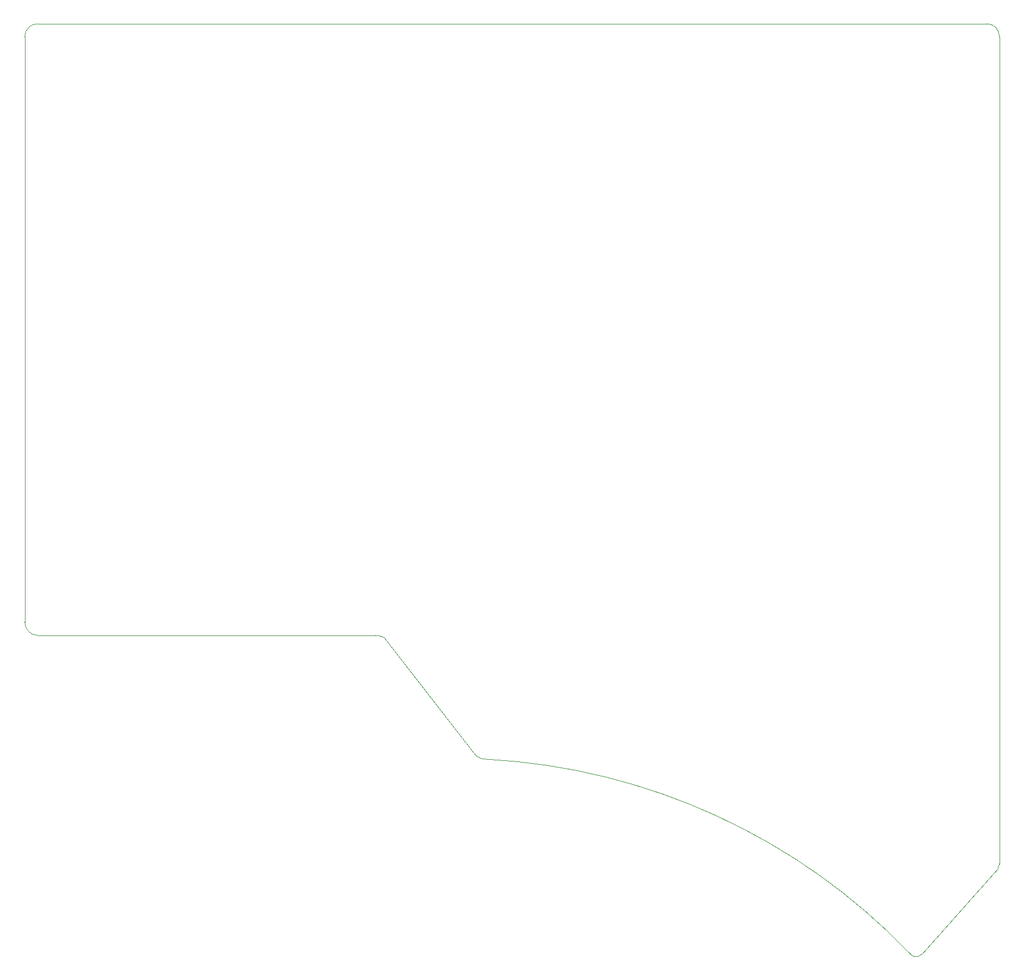
<source format=gm1>
G04 #@! TF.GenerationSoftware,KiCad,Pcbnew,(6.0.5)*
G04 #@! TF.CreationDate,2022-10-04T21:37:59-03:00*
G04 #@! TF.ProjectId,bluejay_base,626c7565-6a61-4795-9f62-6173652e6b69,rev?*
G04 #@! TF.SameCoordinates,Original*
G04 #@! TF.FileFunction,Profile,NP*
%FSLAX46Y46*%
G04 Gerber Fmt 4.6, Leading zero omitted, Abs format (unit mm)*
G04 Created by KiCad (PCBNEW (6.0.5)) date 2022-10-04 21:37:59*
%MOMM*%
%LPD*%
G01*
G04 APERTURE LIST*
G04 #@! TA.AperFunction,Profile*
%ADD10C,0.100000*%
G04 #@! TD*
G04 APERTURE END LIST*
D10*
X61230000Y-72740000D02*
X49620000Y-85750000D01*
X-32310000Y-37539999D02*
G75*
G03*
X-33720000Y-37140000I-1331682J-2009057D01*
G01*
X47830000Y-85700000D02*
G75*
G03*
X-16740000Y-56040000I-69646014J-66505155D01*
G01*
X-18470000Y-55430000D02*
G75*
G03*
X-16740000Y-56040000I1578336J1718066D01*
G01*
X61460021Y54169999D02*
G75*
G03*
X59580000Y56170000I-1947021J53401D01*
G01*
X61460000Y-72000000D02*
X61460000Y54170000D01*
X-85230000Y56170000D02*
G75*
G03*
X-87230000Y54180000I-23922J-1975983D01*
G01*
X-87230000Y-35110000D02*
G75*
G03*
X-85230000Y-37140000I2022111J-7994D01*
G01*
X-87230000Y-35110000D02*
X-87230000Y54180000D01*
X-85230000Y-37140000D02*
X-33720000Y-37140000D01*
X-32310000Y-37540000D02*
X-18470000Y-55430000D01*
X61229990Y-72739994D02*
G75*
G03*
X61460000Y-72000000I-1533490J882394D01*
G01*
X59580000Y56170000D02*
X-85230000Y56170000D01*
X47830020Y-85699985D02*
G75*
G03*
X49620000Y-85750000I914180J661785D01*
G01*
M02*

</source>
